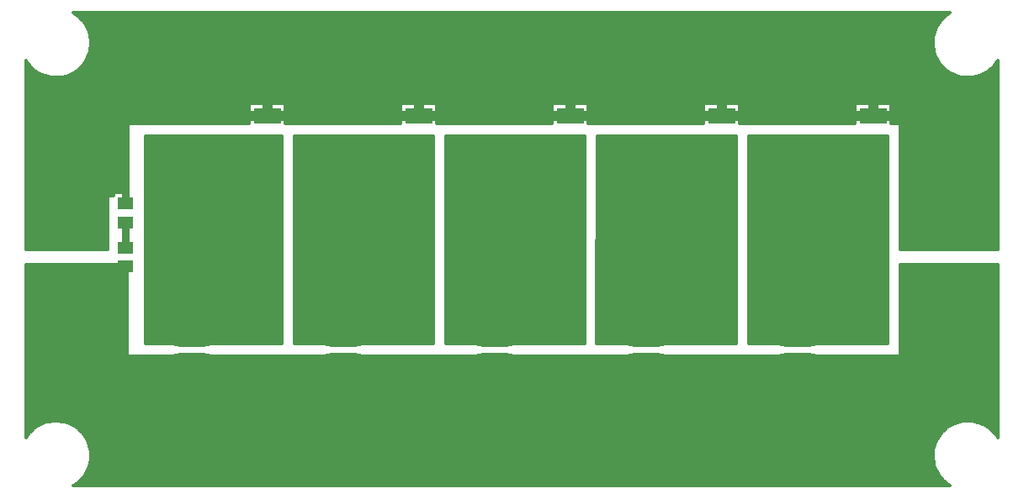
<source format=gtl>
G04 DipTrace 2.4.0.2*
%INPowerPoleExpander.GTL*%
%MOMM*%
%ADD14C,0.3*%
%ADD15C,0.8*%
%ADD16C,1.0*%
%ADD17R,2.7X1.6*%
%ADD18R,1.5X1.3*%
%ADD19C,6.0*%
%ADD20O,6.0X3.5*%
%ADD21C,5.0*%
%FSLAX53Y53*%
G04*
G71*
G90*
G75*
G01*
%LNTop*%
%LPD*%
X17788Y12720D2*
D14*
Y7620D1*
X33028D1*
Y12720D2*
Y7620D1*
X48268D1*
Y12720D2*
Y7620D1*
X63508D1*
Y12720D2*
Y7620D1*
X78748D1*
Y12720D2*
Y7620D1*
X88908D1*
X93988Y12700D1*
Y20320D1*
X11120Y23183D2*
Y12700D1*
X12390Y11430D1*
X13978D1*
X17788Y7620D1*
X4770Y20320D2*
Y15240D1*
X7310Y12700D1*
X17768D1*
X17788Y12720D1*
Y41020D2*
X25408D1*
X33028D1*
X40648D1*
X48268D1*
X55888D1*
X63508D1*
X71128D1*
X78748D1*
X86368D1*
X91068D1*
X93988Y38100D1*
Y27940D1*
X25408Y38360D2*
Y41020D1*
X71128Y38360D2*
Y41020D1*
X55888Y38360D2*
Y41020D1*
X40648Y38360D2*
Y41020D1*
X86368Y38360D2*
Y41020D1*
X11120Y29523D2*
D15*
Y39053D1*
X13343Y41275D1*
X17533D1*
X17788Y41020D1*
X4770Y27940D2*
D14*
Y35878D1*
X10168Y41275D1*
X17533D1*
X17788Y41020D1*
X78748Y16820D2*
Y21920D1*
Y33020D1*
X86368Y35560D2*
Y33020D1*
X78748D1*
X63508Y16820D2*
Y21920D1*
Y33020D1*
X71128Y35560D2*
Y33020D1*
X63508D1*
X48268Y16820D2*
Y21920D1*
Y33020D1*
X55888Y35560D2*
Y33020D1*
X48268D1*
X33028Y16820D2*
Y21920D1*
Y33020D1*
X40648Y35560D2*
Y33020D1*
X33028D1*
X17788Y21920D2*
Y33020D1*
Y16820D2*
Y21920D1*
X25408Y35560D2*
Y33020D1*
X17788D1*
X11120Y27623D2*
D15*
Y25083D1*
X6364Y48448D2*
D14*
X93665D1*
X6688Y48152D2*
X93342D1*
X6941Y47855D2*
X93084D1*
X7147Y47558D2*
X92882D1*
X7311Y47262D2*
X92718D1*
X7438Y46965D2*
X92587D1*
X7536Y46668D2*
X92489D1*
X7606Y46372D2*
X92423D1*
X7649Y46075D2*
X92376D1*
X7667Y45778D2*
X92362D1*
X7663Y45482D2*
X92367D1*
X7625Y45185D2*
X92400D1*
X7569Y44888D2*
X92460D1*
X7480Y44592D2*
X92545D1*
X7367Y44295D2*
X92662D1*
X7217Y43998D2*
X92812D1*
X7030Y43702D2*
X93000D1*
X1140Y43405D2*
X1476D1*
X6795D2*
X93234D1*
X98553D2*
X98887D1*
X1140Y43108D2*
X1771D1*
X6500D2*
X93529D1*
X98258D2*
X98887D1*
X1140Y42812D2*
X2151D1*
X6116D2*
X93909D1*
X97874D2*
X98887D1*
X1140Y42515D2*
X2690D1*
X5581D2*
X94448D1*
X97335D2*
X98887D1*
X1140Y42218D2*
X4007D1*
X4259D2*
X95765D1*
X96020D2*
X98887D1*
X1140Y41922D2*
X98887D1*
X1140Y41625D2*
X98887D1*
X1140Y41328D2*
X98887D1*
X1140Y41032D2*
X98887D1*
X1140Y40735D2*
X98887D1*
X1140Y40438D2*
X98887D1*
X1140Y40142D2*
X98887D1*
X1140Y39845D2*
X98887D1*
X1140Y39548D2*
X23564D1*
X27247D2*
X38807D1*
X42491D2*
X54046D1*
X57730D2*
X69285D1*
X72969D2*
X84525D1*
X88208D2*
X98887D1*
X1140Y39252D2*
X23564D1*
X27247D2*
X38807D1*
X42491D2*
X54046D1*
X57730D2*
X69285D1*
X72969D2*
X84525D1*
X88208D2*
X98887D1*
X1140Y38955D2*
X23564D1*
X27247D2*
X38807D1*
X42491D2*
X54046D1*
X57730D2*
X69285D1*
X72969D2*
X84525D1*
X88208D2*
X98887D1*
X1140Y38658D2*
X23564D1*
X27247D2*
X38807D1*
X42491D2*
X54046D1*
X57730D2*
X69285D1*
X72969D2*
X84525D1*
X88208D2*
X98887D1*
X1140Y38362D2*
X23564D1*
X27247D2*
X38807D1*
X42491D2*
X54046D1*
X57730D2*
X69285D1*
X72969D2*
X84525D1*
X88208D2*
X98887D1*
X1140Y38065D2*
X23564D1*
X27247D2*
X38807D1*
X42491D2*
X54046D1*
X57730D2*
X69285D1*
X72969D2*
X84525D1*
X88208D2*
X98887D1*
X1140Y37768D2*
X23564D1*
X27247D2*
X38807D1*
X42491D2*
X54046D1*
X57730D2*
X69285D1*
X72969D2*
X84525D1*
X88208D2*
X98887D1*
X1140Y37472D2*
X11259D1*
X89089D2*
X98887D1*
X1140Y37175D2*
X11259D1*
X89089D2*
X98887D1*
X1140Y36878D2*
X11259D1*
X89089D2*
X98887D1*
X1140Y36582D2*
X11259D1*
X89089D2*
X98887D1*
X1140Y36285D2*
X11259D1*
X89089D2*
X98887D1*
X1140Y35988D2*
X11259D1*
X89089D2*
X98887D1*
X1140Y35692D2*
X11259D1*
X89089D2*
X98887D1*
X1140Y35395D2*
X11259D1*
X89089D2*
X98887D1*
X1140Y35098D2*
X11259D1*
X89089D2*
X98887D1*
X1140Y34802D2*
X11259D1*
X89089D2*
X98887D1*
X1140Y34505D2*
X11259D1*
X89089D2*
X98887D1*
X1140Y34208D2*
X11259D1*
X89089D2*
X98887D1*
X1140Y33912D2*
X11259D1*
X89089D2*
X98887D1*
X1140Y33615D2*
X11259D1*
X89089D2*
X98887D1*
X1140Y33318D2*
X11259D1*
X89089D2*
X98887D1*
X1140Y33022D2*
X11259D1*
X89089D2*
X98887D1*
X1140Y32725D2*
X11259D1*
X89089D2*
X98887D1*
X1140Y32428D2*
X11259D1*
X89089D2*
X98887D1*
X1140Y32132D2*
X11259D1*
X89089D2*
X98887D1*
X1140Y31835D2*
X11259D1*
X89089D2*
X98887D1*
X1140Y31538D2*
X11259D1*
X89089D2*
X98887D1*
X1140Y31242D2*
X11259D1*
X89089D2*
X98887D1*
X1140Y30945D2*
X11259D1*
X89089D2*
X98887D1*
X1140Y30648D2*
X11259D1*
X89089D2*
X98887D1*
X1140Y30352D2*
X9876D1*
X89089D2*
X98887D1*
X1140Y30055D2*
X9351D1*
X89089D2*
X98887D1*
X1140Y29758D2*
X9351D1*
X89089D2*
X98887D1*
X1140Y29462D2*
X9351D1*
X89089D2*
X98887D1*
X1140Y29165D2*
X9351D1*
X89089D2*
X98887D1*
X1140Y28868D2*
X9351D1*
X89089D2*
X98887D1*
X1140Y28572D2*
X9351D1*
X89089D2*
X98887D1*
X1140Y28275D2*
X9351D1*
X89089D2*
X98887D1*
X1140Y27978D2*
X9351D1*
X89089D2*
X98887D1*
X1140Y27682D2*
X9351D1*
X89089D2*
X98887D1*
X1140Y27385D2*
X9351D1*
X89089D2*
X98887D1*
X1140Y27088D2*
X9351D1*
X89089D2*
X98887D1*
X1140Y26792D2*
X9351D1*
X89089D2*
X98887D1*
X1140Y26495D2*
X9351D1*
X89089D2*
X98887D1*
X1140Y26198D2*
X9351D1*
X89089D2*
X98887D1*
X1140Y25902D2*
X9351D1*
X89089D2*
X98887D1*
X1140Y25605D2*
X9351D1*
X89089D2*
X98887D1*
X1140Y25308D2*
X9351D1*
X89089D2*
X98887D1*
X1140Y25012D2*
X9351D1*
X89089D2*
X98887D1*
X23626Y39622D2*
X27220D1*
Y37615D1*
X38836D1*
Y39622D1*
X42460D1*
Y37615D1*
X54080D1*
X54076Y37818D1*
Y39622D1*
X57700D1*
Y37615D1*
X69314D1*
X69316Y39622D1*
X72940D1*
Y37615D1*
X84558D1*
X84556Y38568D1*
Y39622D1*
X88180D1*
Y37615D1*
X88908D1*
X89034Y37542D1*
X89058Y37465D1*
Y24915D1*
X98918D1*
Y43951D1*
X98698Y43622D1*
X98508Y43389D1*
X98299Y43174D1*
X98073Y42978D1*
X97830Y42801D1*
X97573Y42646D1*
X97304Y42514D1*
X97025Y42405D1*
X96737Y42320D1*
X96443Y42260D1*
X96145Y42226D1*
X95846Y42217D1*
X95546Y42234D1*
X95249Y42276D1*
X94957Y42344D1*
X94672Y42436D1*
X94395Y42553D1*
X94130Y42692D1*
X93877Y42854D1*
X93640Y43037D1*
X93418Y43240D1*
X93215Y43460D1*
X93032Y43698D1*
X92869Y43950D1*
X92729Y44215D1*
X92612Y44491D1*
X92519Y44776D1*
X92450Y45068D1*
X92407Y45365D1*
X92390Y45664D1*
X92398Y45964D1*
X92431Y46262D1*
X92490Y46556D1*
X92574Y46844D1*
X92683Y47123D1*
X92814Y47393D1*
X92969Y47650D1*
X93144Y47893D1*
X93340Y48120D1*
X93555Y48330D1*
X93787Y48520D1*
X94034Y48690D1*
X94118Y48745D1*
X5903D1*
X6227Y48531D1*
X6459Y48342D1*
X6675Y48133D1*
X6872Y47907D1*
X7049Y47665D1*
X7205Y47409D1*
X7338Y47140D1*
X7448Y46861D1*
X7533Y46573D1*
X7594Y46280D1*
X7629Y45982D1*
X7639Y45720D1*
X7626Y45420D1*
X7588Y45123D1*
X7524Y44830D1*
X7435Y44543D1*
X7323Y44265D1*
X7187Y43998D1*
X7028Y43744D1*
X6848Y43503D1*
X6649Y43279D1*
X6431Y43073D1*
X6196Y42887D1*
X5946Y42721D1*
X5683Y42577D1*
X5409Y42456D1*
X5125Y42359D1*
X4834Y42287D1*
X4538Y42240D1*
X4239Y42218D1*
X3939Y42222D1*
X3640Y42252D1*
X3345Y42307D1*
X3056Y42387D1*
X2775Y42492D1*
X2504Y42620D1*
X2245Y42771D1*
X2000Y42943D1*
X1770Y43136D1*
X1558Y43348D1*
X1364Y43577D1*
X1191Y43822D1*
X1110Y43945D1*
Y24915D1*
X9383D1*
Y30163D1*
X9456Y30289D1*
X9533Y30313D1*
X9912D1*
X9908Y30635D1*
X11291D1*
X11288Y32413D1*
Y37465D1*
X11361Y37592D1*
X11438Y37615D1*
X23592D1*
X23596Y37968D1*
Y39622D1*
X23626D1*
X25408Y39621D2*
D16*
Y38360D1*
X23596D2*
X27219D1*
X40648Y39621D2*
Y38360D1*
X38836D2*
X42459D1*
X55888Y39621D2*
Y38360D1*
X54076D2*
X57699D1*
X71128Y39621D2*
Y38360D1*
X69316D2*
X72939D1*
X86368Y39621D2*
Y38360D1*
X84556D2*
X88179D1*
X1140Y23048D2*
D14*
X11259D1*
X89089D2*
X98887D1*
X1140Y22752D2*
X11259D1*
X89089D2*
X98887D1*
X1140Y22455D2*
X11259D1*
X89089D2*
X98887D1*
X1140Y22158D2*
X11259D1*
X89089D2*
X98887D1*
X1140Y21862D2*
X11259D1*
X89089D2*
X98887D1*
X1140Y21565D2*
X11259D1*
X89089D2*
X98887D1*
X1140Y21268D2*
X11259D1*
X89089D2*
X98887D1*
X1140Y20972D2*
X11259D1*
X89089D2*
X98887D1*
X1140Y20675D2*
X11259D1*
X89089D2*
X98887D1*
X1140Y20378D2*
X11259D1*
X89089D2*
X98887D1*
X1140Y20082D2*
X11259D1*
X89089D2*
X98887D1*
X1140Y19785D2*
X11259D1*
X89089D2*
X98887D1*
X1140Y19488D2*
X11259D1*
X89089D2*
X98887D1*
X1140Y19192D2*
X11259D1*
X89089D2*
X98887D1*
X1140Y18895D2*
X11259D1*
X89089D2*
X98887D1*
X1140Y18598D2*
X11259D1*
X89089D2*
X98887D1*
X1140Y18302D2*
X11259D1*
X89089D2*
X98887D1*
X1140Y18005D2*
X11259D1*
X89089D2*
X98887D1*
X1140Y17708D2*
X11259D1*
X89089D2*
X98887D1*
X1140Y17412D2*
X11259D1*
X89089D2*
X98887D1*
X1140Y17115D2*
X11259D1*
X89089D2*
X98887D1*
X1140Y16818D2*
X11259D1*
X89089D2*
X98887D1*
X1140Y16522D2*
X11259D1*
X89089D2*
X98887D1*
X1140Y16225D2*
X11259D1*
X89089D2*
X98887D1*
X1140Y15928D2*
X11259D1*
X89089D2*
X98887D1*
X1140Y15632D2*
X11259D1*
X89089D2*
X98887D1*
X1140Y15335D2*
X11259D1*
X89089D2*
X98887D1*
X1140Y15038D2*
X11259D1*
X89089D2*
X98887D1*
X1140Y14742D2*
X11259D1*
X89089D2*
X98887D1*
X1140Y14445D2*
X11259D1*
X89089D2*
X98887D1*
X1140Y14148D2*
X11259D1*
X89042D2*
X98887D1*
X1140Y13852D2*
X98887D1*
X1140Y13555D2*
X98887D1*
X1140Y13258D2*
X98887D1*
X1140Y12962D2*
X98887D1*
X1140Y12665D2*
X98887D1*
X1140Y12368D2*
X98887D1*
X1140Y12072D2*
X98887D1*
X1140Y11775D2*
X98887D1*
X1140Y11478D2*
X98887D1*
X1140Y11182D2*
X98887D1*
X1140Y10885D2*
X98887D1*
X1140Y10588D2*
X98887D1*
X1140Y10292D2*
X98887D1*
X1140Y9995D2*
X98887D1*
X1140Y9698D2*
X98887D1*
X1140Y9402D2*
X98887D1*
X1140Y9105D2*
X98887D1*
X1140Y8808D2*
X98887D1*
X1140Y8512D2*
X98887D1*
X1140Y8215D2*
X98887D1*
X1140Y7918D2*
X98887D1*
X1140Y7622D2*
X3848D1*
X4419D2*
X95606D1*
X96177D2*
X98887D1*
X1140Y7325D2*
X2671D1*
X5595D2*
X94429D1*
X97353D2*
X98887D1*
X1140Y7028D2*
X2142D1*
X6130D2*
X93900D1*
X97888D2*
X98887D1*
X1140Y6732D2*
X1762D1*
X6510D2*
X93520D1*
X98267D2*
X98887D1*
X1140Y6435D2*
X1471D1*
X6800D2*
X93225D1*
X98558D2*
X98887D1*
X7035Y6138D2*
X92995D1*
X7222Y5842D2*
X92807D1*
X7367Y5545D2*
X92657D1*
X7485Y5248D2*
X92545D1*
X7569Y4952D2*
X92456D1*
X7630Y4655D2*
X92400D1*
X7663Y4358D2*
X92367D1*
X7667Y4062D2*
X92362D1*
X7649Y3765D2*
X92376D1*
X7606Y3468D2*
X92423D1*
X7536Y3172D2*
X92493D1*
X7438Y2875D2*
X92592D1*
X7306Y2578D2*
X92723D1*
X7142Y2282D2*
X92887D1*
X6936Y1985D2*
X93093D1*
X6678Y1688D2*
X93346D1*
X6355Y1392D2*
X93675D1*
X7636Y3978D2*
X7610Y3679D1*
X7559Y3384D1*
X7483Y3094D1*
X7382Y2811D1*
X7257Y2538D1*
X7110Y2277D1*
X6941Y2030D1*
X6751Y1797D1*
X6542Y1582D1*
X6316Y1386D1*
X6073Y1209D1*
X5910Y1103D1*
X94124D1*
X93877Y1262D1*
X93640Y1445D1*
X93418Y1648D1*
X93215Y1868D1*
X93032Y2106D1*
X92869Y2358D1*
X92729Y2623D1*
X92612Y2899D1*
X92519Y3184D1*
X92450Y3476D1*
X92407Y3773D1*
X92390Y4072D1*
X92398Y4372D1*
X92431Y4670D1*
X92490Y4964D1*
X92574Y5252D1*
X92683Y5531D1*
X92814Y5801D1*
X92969Y6058D1*
X93144Y6301D1*
X93340Y6528D1*
X93555Y6738D1*
X93787Y6928D1*
X94034Y7098D1*
X94295Y7246D1*
X94567Y7371D1*
X94850Y7472D1*
X95139Y7549D1*
X95435Y7601D1*
X95734Y7628D1*
X96033Y7629D1*
X96332Y7604D1*
X96628Y7553D1*
X96918Y7478D1*
X97201Y7378D1*
X97474Y7254D1*
X97736Y7107D1*
X97984Y6939D1*
X98216Y6750D1*
X98432Y6541D1*
X98629Y6315D1*
X98806Y6073D1*
X98918Y5903D1*
Y23345D1*
X89058D1*
Y14288D1*
X88984Y14161D1*
X88908Y14138D1*
X11438D1*
X11311Y14211D1*
X11288Y14288D1*
Y23345D1*
X1110D1*
Y5893D1*
X1297Y6181D1*
X1483Y6417D1*
X1688Y6635D1*
X1912Y6835D1*
X2152Y7015D1*
X2406Y7175D1*
X2673Y7311D1*
X2950Y7425D1*
X3237Y7514D1*
X3530Y7579D1*
X3827Y7618D1*
X4126Y7631D1*
X4426Y7619D1*
X4724Y7582D1*
X5017Y7519D1*
X5304Y7431D1*
X5582Y7319D1*
X5849Y7183D1*
X6105Y7026D1*
X6345Y6847D1*
X6570Y6648D1*
X6776Y6430D1*
X6963Y6196D1*
X7130Y5947D1*
X7274Y5684D1*
X7396Y5410D1*
X7494Y5126D1*
X7567Y4835D1*
X7615Y4539D1*
X7637Y4240D1*
X7636Y3978D1*
X73848Y36066D2*
X87777D1*
X73848Y35769D2*
X87777D1*
X73848Y35472D2*
X87777D1*
X73848Y35176D2*
X87777D1*
X73848Y34879D2*
X87777D1*
X73848Y34582D2*
X87777D1*
X73848Y34286D2*
X87777D1*
X73848Y33989D2*
X87777D1*
X73848Y33692D2*
X87777D1*
X73848Y33396D2*
X87777D1*
X73848Y33099D2*
X87777D1*
X73848Y32802D2*
X87777D1*
X73848Y32506D2*
X87777D1*
X73848Y32209D2*
X87777D1*
X73848Y31912D2*
X87777D1*
X73848Y31616D2*
X87777D1*
X73848Y31319D2*
X87777D1*
X73848Y31022D2*
X87777D1*
X73848Y30726D2*
X87777D1*
X73848Y30429D2*
X87777D1*
X73848Y30132D2*
X87777D1*
X73848Y29836D2*
X87777D1*
X73848Y29539D2*
X87777D1*
X73848Y29242D2*
X87777D1*
X73848Y28946D2*
X87777D1*
X73848Y28649D2*
X87777D1*
X73848Y28352D2*
X87777D1*
X73848Y28056D2*
X87777D1*
X73848Y27759D2*
X87777D1*
X73848Y27462D2*
X87777D1*
X73848Y27166D2*
X87777D1*
X73848Y26869D2*
X87777D1*
X73848Y26572D2*
X87777D1*
X73848Y26276D2*
X87777D1*
X73848Y25979D2*
X87777D1*
X73848Y25682D2*
X87777D1*
X73848Y25386D2*
X87777D1*
X73848Y25089D2*
X87777D1*
X73848Y24792D2*
X87777D1*
X73848Y24496D2*
X87777D1*
X73848Y24199D2*
X87777D1*
X73848Y23902D2*
X87777D1*
X73848Y23606D2*
X87777D1*
X73848Y23309D2*
X87777D1*
X73848Y23012D2*
X87777D1*
X73848Y22716D2*
X87777D1*
X73848Y22419D2*
X87777D1*
X73848Y22122D2*
X87777D1*
X73848Y21826D2*
X87777D1*
X73848Y21529D2*
X87777D1*
X73848Y21232D2*
X87777D1*
X73848Y20936D2*
X87777D1*
X73848Y20639D2*
X87777D1*
X73848Y20342D2*
X87777D1*
X73848Y20046D2*
X87777D1*
X73848Y19749D2*
X87777D1*
X73848Y19452D2*
X87777D1*
X73848Y19156D2*
X87777D1*
X73848Y18859D2*
X87777D1*
X73848Y18562D2*
X87777D1*
X73848Y18266D2*
X87777D1*
X73848Y17969D2*
X87777D1*
X73848Y17672D2*
X87777D1*
X73848Y17376D2*
X87777D1*
X73848Y17079D2*
X87777D1*
X73848Y16782D2*
X87777D1*
X73848Y16486D2*
X87777D1*
X73848Y16189D2*
X87777D1*
X73848Y15892D2*
X87777D1*
X73848Y15596D2*
X87777D1*
X73818Y36212D2*
Y15390D1*
X87805D1*
Y36362D1*
X73818D1*
Y36212D1*
X58608Y36066D2*
X72537D1*
X58608Y35769D2*
X72537D1*
X58608Y35472D2*
X72537D1*
X58608Y35176D2*
X72537D1*
X58608Y34879D2*
X72537D1*
X58608Y34582D2*
X72537D1*
X58608Y34286D2*
X72537D1*
X58608Y33989D2*
X72537D1*
X58608Y33692D2*
X72537D1*
X58608Y33396D2*
X72537D1*
X58608Y33099D2*
X72537D1*
X58608Y32802D2*
X72537D1*
X58608Y32506D2*
X72537D1*
X58608Y32209D2*
X72537D1*
X58608Y31912D2*
X72537D1*
X58608Y31616D2*
X72537D1*
X58608Y31319D2*
X72537D1*
X58608Y31022D2*
X72537D1*
X58608Y30726D2*
X72537D1*
X58608Y30429D2*
X72537D1*
X58608Y30132D2*
X72537D1*
X58608Y29836D2*
X72537D1*
X58608Y29539D2*
X72537D1*
X58608Y29242D2*
X72537D1*
X58608Y28946D2*
X72537D1*
X58608Y28649D2*
X72537D1*
X58608Y28352D2*
X72537D1*
X58608Y28056D2*
X72537D1*
X58608Y27759D2*
X72537D1*
X58608Y27462D2*
X72537D1*
X58608Y27166D2*
X72537D1*
X58608Y26869D2*
X72537D1*
X58608Y26572D2*
X72537D1*
X58608Y26276D2*
X72537D1*
X58608Y25979D2*
X72537D1*
X58608Y25682D2*
X72537D1*
X58608Y25386D2*
X72537D1*
X58608Y25089D2*
X72537D1*
X58608Y24792D2*
X72537D1*
X58608Y24496D2*
X72537D1*
X58608Y24199D2*
X72537D1*
X58608Y23902D2*
X72537D1*
X58608Y23606D2*
X72537D1*
X58608Y23309D2*
X72537D1*
X58608Y23012D2*
X72537D1*
X58608Y22716D2*
X72537D1*
X58608Y22419D2*
X72537D1*
X58608Y22122D2*
X72537D1*
X58608Y21826D2*
X72537D1*
X58608Y21529D2*
X72537D1*
X58608Y21232D2*
X72537D1*
X58608Y20936D2*
X72537D1*
X58608Y20639D2*
X72537D1*
X58608Y20342D2*
X72537D1*
X58608Y20046D2*
X72537D1*
X58608Y19749D2*
X72537D1*
X58608Y19452D2*
X72537D1*
X58608Y19156D2*
X72537D1*
X58608Y18859D2*
X72537D1*
X58608Y18562D2*
X72537D1*
X58608Y18266D2*
X72537D1*
X58608Y17969D2*
X72537D1*
X58608Y17672D2*
X72537D1*
X58608Y17376D2*
X72537D1*
X58608Y17079D2*
X72537D1*
X58608Y16782D2*
X72537D1*
X58608Y16486D2*
X72537D1*
X58608Y16189D2*
X72537D1*
X58608Y15892D2*
X72537D1*
X58608Y15596D2*
X72537D1*
X58578Y36212D2*
X58577Y15390D1*
X72565D1*
Y36362D1*
X58578D1*
Y36212D1*
X43368Y36066D2*
X57297D1*
X43368Y35769D2*
X57297D1*
X43368Y35472D2*
X57297D1*
X43368Y35176D2*
X57297D1*
X43368Y34879D2*
X57297D1*
X43368Y34582D2*
X57297D1*
X43368Y34286D2*
X57297D1*
X43368Y33989D2*
X57297D1*
X43368Y33692D2*
X57297D1*
X43368Y33396D2*
X57297D1*
X43368Y33099D2*
X57297D1*
X43368Y32802D2*
X57297D1*
X43368Y32506D2*
X57297D1*
X43368Y32209D2*
X57297D1*
X43368Y31912D2*
X57297D1*
X43368Y31616D2*
X57297D1*
X43368Y31319D2*
X57297D1*
X43368Y31022D2*
X57297D1*
X43368Y30726D2*
X57297D1*
X43368Y30429D2*
X57297D1*
X43368Y30132D2*
X57297D1*
X43368Y29836D2*
X57297D1*
X43368Y29539D2*
X57297D1*
X43368Y29242D2*
X57297D1*
X43368Y28946D2*
X57297D1*
X43368Y28649D2*
X57297D1*
X43368Y28352D2*
X57297D1*
X43368Y28056D2*
X57297D1*
X43368Y27759D2*
X57297D1*
X43368Y27462D2*
X57297D1*
X43368Y27166D2*
X57297D1*
X43368Y26869D2*
X57297D1*
X43368Y26572D2*
X57297D1*
X43368Y26276D2*
X57297D1*
X43368Y25979D2*
X57297D1*
X43368Y25682D2*
X57297D1*
X43368Y25386D2*
X57297D1*
X43368Y25089D2*
X57297D1*
X43368Y24792D2*
X57297D1*
X43368Y24496D2*
X57297D1*
X43368Y24199D2*
X57297D1*
X43368Y23902D2*
X57297D1*
X43368Y23606D2*
X57297D1*
X43368Y23309D2*
X57297D1*
X43368Y23012D2*
X57297D1*
X43368Y22716D2*
X57297D1*
X43368Y22419D2*
X57297D1*
X43368Y22122D2*
X57297D1*
X43368Y21826D2*
X57297D1*
X43368Y21529D2*
X57297D1*
X43368Y21232D2*
X57297D1*
X43368Y20936D2*
X57297D1*
X43368Y20639D2*
X57297D1*
X43368Y20342D2*
X57297D1*
X43368Y20046D2*
X57297D1*
X43368Y19749D2*
X57297D1*
X43368Y19452D2*
X57297D1*
X43368Y19156D2*
X57297D1*
X43368Y18859D2*
X57297D1*
X43368Y18562D2*
X57297D1*
X43368Y18266D2*
X57297D1*
X43368Y17969D2*
X57297D1*
X43368Y17672D2*
X57297D1*
X43368Y17376D2*
X57297D1*
X43368Y17079D2*
X57297D1*
X43368Y16782D2*
X57297D1*
X43368Y16486D2*
X57297D1*
X43368Y16189D2*
X57297D1*
X43368Y15892D2*
X57297D1*
X43368Y15596D2*
X57297D1*
X43338Y36212D2*
Y15390D1*
X57325D1*
Y36362D1*
X43338D1*
Y36212D1*
X28128Y36066D2*
X42057D1*
X28128Y35769D2*
X42057D1*
X28128Y35472D2*
X42057D1*
X28128Y35176D2*
X42057D1*
X28128Y34879D2*
X42057D1*
X28128Y34582D2*
X42057D1*
X28128Y34286D2*
X42057D1*
X28128Y33989D2*
X42057D1*
X28128Y33692D2*
X42057D1*
X28128Y33396D2*
X42057D1*
X28128Y33099D2*
X42057D1*
X28128Y32802D2*
X42057D1*
X28128Y32506D2*
X42057D1*
X28128Y32209D2*
X42057D1*
X28128Y31912D2*
X42057D1*
X28128Y31616D2*
X42057D1*
X28128Y31319D2*
X42057D1*
X28128Y31022D2*
X42057D1*
X28128Y30726D2*
X42057D1*
X28128Y30429D2*
X42057D1*
X28128Y30132D2*
X42057D1*
X28128Y29836D2*
X42057D1*
X28128Y29539D2*
X42057D1*
X28128Y29242D2*
X42057D1*
X28128Y28946D2*
X42057D1*
X28128Y28649D2*
X42057D1*
X28128Y28352D2*
X42057D1*
X28128Y28056D2*
X42057D1*
X28128Y27759D2*
X42057D1*
X28128Y27462D2*
X42057D1*
X28128Y27166D2*
X42057D1*
X28128Y26869D2*
X42057D1*
X28128Y26572D2*
X42057D1*
X28128Y26276D2*
X42057D1*
X28128Y25979D2*
X42057D1*
X28128Y25682D2*
X42057D1*
X28128Y25386D2*
X42057D1*
X28128Y25089D2*
X42057D1*
X28128Y24792D2*
X42057D1*
X28128Y24496D2*
X42057D1*
X28128Y24199D2*
X42057D1*
X28128Y23902D2*
X42057D1*
X28128Y23606D2*
X42057D1*
X28128Y23309D2*
X42057D1*
X28128Y23012D2*
X42057D1*
X28128Y22716D2*
X42057D1*
X28128Y22419D2*
X42057D1*
X28128Y22122D2*
X42057D1*
X28128Y21826D2*
X42057D1*
X28128Y21529D2*
X42057D1*
X28128Y21232D2*
X42057D1*
X28128Y20936D2*
X42057D1*
X28128Y20639D2*
X42057D1*
X28128Y20342D2*
X42057D1*
X28128Y20046D2*
X42057D1*
X28128Y19749D2*
X42057D1*
X28128Y19452D2*
X42057D1*
X28128Y19156D2*
X42057D1*
X28128Y18859D2*
X42057D1*
X28128Y18562D2*
X42057D1*
X28128Y18266D2*
X42057D1*
X28128Y17969D2*
X42057D1*
X28128Y17672D2*
X42057D1*
X28128Y17376D2*
X42057D1*
X28128Y17079D2*
X42057D1*
X28128Y16782D2*
X42057D1*
X28128Y16486D2*
X42057D1*
X28128Y16189D2*
X42057D1*
X28128Y15892D2*
X42057D1*
X28128Y15596D2*
X42057D1*
X28098Y36212D2*
Y15390D1*
X42085D1*
Y36362D1*
X28098D1*
Y36212D1*
X13205Y36066D2*
X26816D1*
X13205Y35769D2*
X26816D1*
X13205Y35472D2*
X26816D1*
X13205Y35176D2*
X26816D1*
X13205Y34879D2*
X26816D1*
X13205Y34582D2*
X26816D1*
X13205Y34286D2*
X26816D1*
X13205Y33989D2*
X26816D1*
X13205Y33692D2*
X26816D1*
X13205Y33396D2*
X26816D1*
X13205Y33099D2*
X26816D1*
X13205Y32802D2*
X26816D1*
X13205Y32506D2*
X26816D1*
X13205Y32209D2*
X26816D1*
X13205Y31912D2*
X26816D1*
X13205Y31616D2*
X26816D1*
X13205Y31319D2*
X26816D1*
X13205Y31022D2*
X26816D1*
X13205Y30726D2*
X26816D1*
X13205Y30429D2*
X26816D1*
X13205Y30132D2*
X26816D1*
X13205Y29836D2*
X26816D1*
X13205Y29539D2*
X26816D1*
X13205Y29242D2*
X26816D1*
X13205Y28946D2*
X26816D1*
X13205Y28649D2*
X26816D1*
X13205Y28352D2*
X26816D1*
X13205Y28056D2*
X26816D1*
X13205Y27759D2*
X26816D1*
X13205Y27462D2*
X26816D1*
X13205Y27166D2*
X26816D1*
X13205Y26869D2*
X26816D1*
X13205Y26572D2*
X26816D1*
X13205Y26276D2*
X26816D1*
X13205Y25979D2*
X26816D1*
X13205Y25682D2*
X26816D1*
X13205Y25386D2*
X26816D1*
X13205Y25089D2*
X26816D1*
X13205Y24792D2*
X26816D1*
X13205Y24496D2*
X26816D1*
X13205Y24199D2*
X26816D1*
X13205Y23902D2*
X26816D1*
X13205Y23606D2*
X26816D1*
X13205Y23309D2*
X26816D1*
X13205Y23012D2*
X26816D1*
X13205Y22716D2*
X26816D1*
X13205Y22419D2*
X26816D1*
X13205Y22122D2*
X26816D1*
X13205Y21826D2*
X26816D1*
X13205Y21529D2*
X26816D1*
X13205Y21232D2*
X26816D1*
X13205Y20936D2*
X26816D1*
X13205Y20639D2*
X26816D1*
X13205Y20342D2*
X26816D1*
X13205Y20046D2*
X26816D1*
X13205Y19749D2*
X26816D1*
X13205Y19452D2*
X26816D1*
X13205Y19156D2*
X26816D1*
X13205Y18859D2*
X26816D1*
X13205Y18562D2*
X26816D1*
X13205Y18266D2*
X26816D1*
X13205Y17969D2*
X26816D1*
X13205Y17672D2*
X26816D1*
X13205Y17376D2*
X26816D1*
X13205Y17079D2*
X26816D1*
X13205Y16782D2*
X26816D1*
X13205Y16486D2*
X26816D1*
X13205Y16189D2*
X26816D1*
X13205Y15892D2*
X26816D1*
X13205Y15596D2*
X26816D1*
X13175Y36213D2*
Y15390D1*
X26845D1*
Y36363D1*
X13175D1*
Y36213D1*
D17*
X25408Y35560D3*
Y38360D3*
X40648Y35560D3*
Y38360D3*
X55888Y35560D3*
Y38360D3*
X71128Y35560D3*
Y38360D3*
X86368Y35560D3*
Y38360D3*
D18*
X11120Y25083D3*
Y23183D3*
D19*
X93988Y27940D3*
Y20320D3*
X4770Y27940D3*
Y20320D3*
D18*
X11120Y27623D3*
Y29523D3*
D20*
X17788Y7620D3*
Y12720D3*
Y16820D3*
Y21920D3*
X33028Y7620D3*
Y12720D3*
Y16820D3*
Y21920D3*
X48268Y7620D3*
Y12720D3*
Y16820D3*
Y21920D3*
X63508Y7620D3*
Y12720D3*
Y16820D3*
Y21920D3*
X78748Y7620D3*
Y12720D3*
Y16820D3*
Y21920D3*
D21*
X17788Y33020D3*
Y41020D3*
X33028Y33020D3*
Y41020D3*
X48268Y33020D3*
Y41020D3*
X63508Y33020D3*
Y41020D3*
X78748Y33020D3*
Y41020D3*
M02*

</source>
